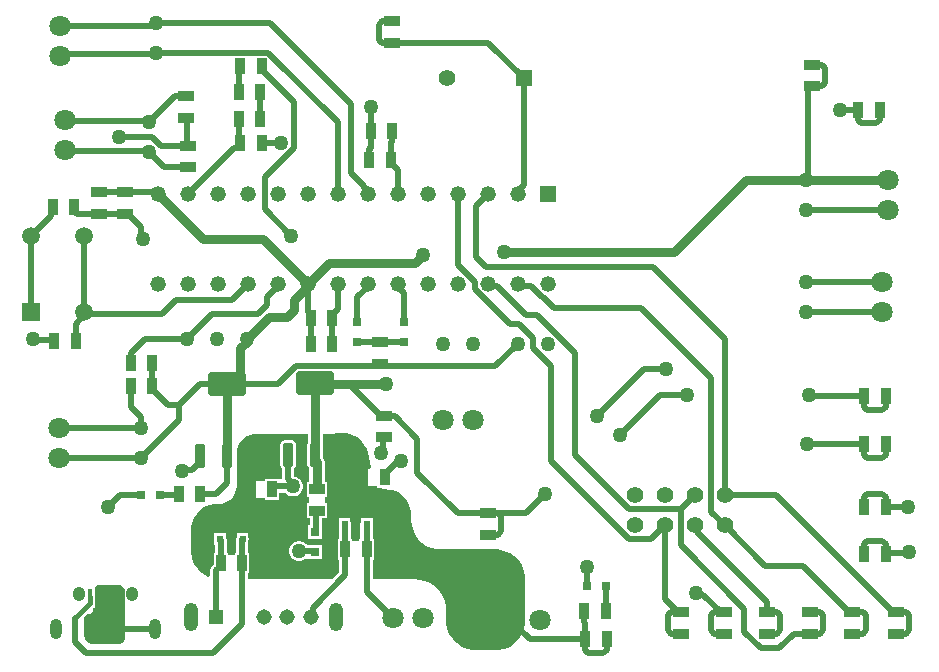
<source format=gbr>
%TF.GenerationSoftware,Altium Limited,Altium Designer,24.10.1 (45)*%
G04 Layer_Physical_Order=1*
G04 Layer_Color=255*
%FSLAX25Y25*%
%MOIN*%
%TF.SameCoordinates,9950C81B-CD0A-4F44-AB06-5448DEDD42A1*%
%TF.FilePolarity,Positive*%
%TF.FileFunction,Copper,L1,Top,Signal*%
%TF.Part,Single*%
G01*
G75*
%TA.AperFunction,SMDPad,CuDef*%
%ADD10R,0.05300X0.03200*%
%ADD11R,0.03200X0.05300*%
%ADD12R,0.03150X0.03150*%
%ADD13R,0.03150X0.03150*%
%ADD14R,0.02200X0.02400*%
G04:AMPARAMS|DCode=15|XSize=77.95mil|YSize=36.61mil|CornerRadius=4.58mil|HoleSize=0mil|Usage=FLASHONLY|Rotation=90.000|XOffset=0mil|YOffset=0mil|HoleType=Round|Shape=RoundedRectangle|*
%AMROUNDEDRECTD15*
21,1,0.07795,0.02746,0,0,90.0*
21,1,0.06880,0.03661,0,0,90.0*
1,1,0.00915,0.01373,0.03440*
1,1,0.00915,0.01373,-0.03440*
1,1,0.00915,-0.01373,-0.03440*
1,1,0.00915,-0.01373,0.03440*
%
%ADD15ROUNDEDRECTD15*%
G04:AMPARAMS|DCode=16|XSize=77.95mil|YSize=127.17mil|CornerRadius=9.74mil|HoleSize=0mil|Usage=FLASHONLY|Rotation=90.000|XOffset=0mil|YOffset=0mil|HoleType=Round|Shape=RoundedRectangle|*
%AMROUNDEDRECTD16*
21,1,0.07795,0.10768,0,0,90.0*
21,1,0.05847,0.12717,0,0,90.0*
1,1,0.01949,0.05384,0.02923*
1,1,0.01949,0.05384,-0.02923*
1,1,0.01949,-0.05384,-0.02923*
1,1,0.01949,-0.05384,0.02923*
%
%ADD16ROUNDEDRECTD16*%
%ADD17R,0.01600X0.05300*%
%TA.AperFunction,SMDPad,SMDef*%
%ADD18R,0.11400X0.07500*%
%TA.AperFunction,Conductor*%
%ADD19C,0.02000*%
%ADD20C,0.03000*%
%ADD21C,0.01500*%
%TA.AperFunction,ComponentPad*%
%ADD22C,0.07100*%
%ADD23C,0.05000*%
%ADD24R,0.05200X0.05200*%
%ADD25C,0.05200*%
%ADD26O,0.04756X0.09512*%
%ADD27C,0.05150*%
%ADD28R,0.05150X0.05150*%
%ADD29R,0.05900X0.05900*%
%ADD30C,0.05900*%
%ADD31C,0.05600*%
%ADD32R,0.05600X0.05600*%
%ADD33O,0.04200X0.04900*%
%ADD34O,0.04000X0.06700*%
%ADD35C,0.05500*%
%TA.AperFunction,ViaPad*%
%ADD36C,0.05000*%
G36*
X135633Y144695D02*
X136196Y144133D01*
X136500Y143398D01*
Y143000D01*
Y127500D01*
Y127102D01*
X136196Y126367D01*
X135633Y125804D01*
X134898Y125500D01*
X125705D01*
X125125Y125615D01*
X124579Y125841D01*
X124088Y126170D01*
X123670Y126588D01*
X123341Y127079D01*
X123115Y127625D01*
X123000Y128205D01*
Y128500D01*
Y134000D01*
Y134298D01*
X123228Y134850D01*
X123650Y135272D01*
X124202Y135500D01*
X124500D01*
X124793Y135529D01*
X125333Y135753D01*
X125747Y136167D01*
X125971Y136707D01*
X126000Y137000D01*
Y137582D01*
X126482D01*
Y138426D01*
X126530Y138499D01*
X126666Y139181D01*
X126666Y139181D01*
Y141032D01*
X126530Y141714D01*
X126482Y141787D01*
Y144310D01*
X126867Y144695D01*
X127602Y145000D01*
X134898D01*
X135633Y144695D01*
D02*
G37*
G36*
X210458Y195807D02*
X212192Y195300D01*
X213794Y194464D01*
X215201Y193332D01*
X216362Y191947D01*
X217229Y190362D01*
X217500Y189500D01*
X218421Y184527D01*
X217781Y183758D01*
X217750D01*
X217673Y183727D01*
X217642Y183650D01*
Y178350D01*
X217673Y178273D01*
X217750Y178242D01*
X220611D01*
X220650Y178210D01*
Y177550D01*
X221660D01*
X221997Y177371D01*
X222581Y177196D01*
X222988Y177074D01*
X223499Y177000D01*
X223500Y177000D01*
X223500Y177000D01*
Y177000D01*
X223504D01*
X224424Y176983D01*
X225979Y176673D01*
X227526Y176033D01*
X228918Y175102D01*
X230102Y173918D01*
X231033Y172526D01*
X231673Y170979D01*
X232000Y169337D01*
X232000Y168500D01*
X232000Y166500D01*
X232000Y166500D01*
X232046Y165569D01*
X232409Y163742D01*
X233122Y162022D01*
X234156Y160473D01*
X235473Y159156D01*
X237022Y158122D01*
X238742Y157409D01*
X240569Y157046D01*
X241500Y157000D01*
X260985D01*
X262917Y156616D01*
X264737Y155862D01*
X266375Y154768D01*
X267768Y153375D01*
X268862Y151737D01*
X269616Y149917D01*
X270000Y147985D01*
Y147000D01*
Y135500D01*
Y132515D01*
X269616Y130583D01*
X268862Y128763D01*
X267768Y127125D01*
X266375Y125733D01*
X264737Y124638D01*
X262917Y123884D01*
X260985Y123500D01*
X252515D01*
X250583Y123884D01*
X248763Y124638D01*
X247125Y125733D01*
X245732Y127125D01*
X244638Y128763D01*
X243884Y130583D01*
X243500Y132515D01*
Y137000D01*
X243500D01*
X243500Y137000D01*
X243452Y137980D01*
X243069Y139903D01*
X242319Y141714D01*
X241230Y143344D01*
X239844Y144730D01*
X238214Y145819D01*
X236403Y146569D01*
X234480Y146952D01*
X233500Y147000D01*
X219089D01*
Y153550D01*
X219450D01*
Y160450D01*
X219089D01*
Y163600D01*
X219140D01*
Y164800D01*
X219279Y165500D01*
X219279Y165500D01*
Y165600D01*
X219140Y166300D01*
Y167600D01*
X217437D01*
X217240Y167639D01*
X217043Y167600D01*
X215340D01*
Y166351D01*
X215166Y166090D01*
X215011Y165310D01*
Y160450D01*
X214650D01*
Y159758D01*
X212350D01*
Y160450D01*
X211989D01*
Y165310D01*
X211989Y165310D01*
X211834Y166090D01*
X211660Y166351D01*
Y167600D01*
X209957D01*
X209760Y167639D01*
X209563Y167600D01*
X207860D01*
Y166300D01*
X207721Y165600D01*
Y165500D01*
X207860Y164800D01*
Y163600D01*
X207911D01*
Y160450D01*
X207550D01*
Y153550D01*
X207911D01*
Y149295D01*
X205616Y147000D01*
X177589Y147000D01*
Y149050D01*
X177950D01*
Y155950D01*
X177684D01*
Y160122D01*
X177779Y160600D01*
X177640Y161300D01*
Y162600D01*
X175937D01*
X175740Y162639D01*
X175543Y162600D01*
X173840D01*
Y161404D01*
X173761Y161285D01*
X173606Y160505D01*
Y155950D01*
X173150D01*
Y155258D01*
X170850D01*
Y155950D01*
X170489D01*
Y160310D01*
X170489Y160310D01*
X170334Y161090D01*
X170160Y161351D01*
Y162600D01*
X168457D01*
X168260Y162639D01*
X168063Y162600D01*
X166360D01*
Y161300D01*
X166221Y160600D01*
Y160500D01*
X166360Y159800D01*
Y158600D01*
X166411D01*
Y155950D01*
X166050D01*
Y151934D01*
X165597Y151481D01*
X165155Y150820D01*
X165000Y150039D01*
Y148526D01*
X164169Y147970D01*
X163763Y148138D01*
X162125Y149232D01*
X160732Y150625D01*
X159638Y152263D01*
X158884Y154083D01*
X158500Y156015D01*
Y157000D01*
Y163500D01*
X158500Y164337D01*
X158827Y165979D01*
X159467Y167526D01*
X160398Y168919D01*
X161582Y170102D01*
X162974Y171033D01*
X164521Y171673D01*
X166163Y172000D01*
X167000D01*
X167686Y172034D01*
X169032Y172301D01*
X170300Y172827D01*
X171441Y173589D01*
X172411Y174559D01*
X173173Y175700D01*
X173699Y176968D01*
X173966Y178314D01*
X174000Y179000D01*
Y189500D01*
X174000Y190091D01*
X174231Y191250D01*
X174683Y192342D01*
X175339Y193325D01*
X176175Y194160D01*
X177158Y194817D01*
X178250Y195269D01*
X179409Y195500D01*
X180000Y195500D01*
X197451Y195500D01*
Y192574D01*
X197442Y192561D01*
X197345Y192070D01*
Y185190D01*
X197442Y184699D01*
X197720Y184283D01*
X197951Y184129D01*
Y179450D01*
X197050D01*
Y174650D01*
X197742D01*
Y172350D01*
X197050D01*
Y167550D01*
X198211D01*
Y165123D01*
X197625D01*
Y160373D01*
X202375D01*
Y165123D01*
X202289D01*
Y167550D01*
X203950D01*
Y172350D01*
X203258D01*
Y174650D01*
X203950D01*
Y179450D01*
X203049D01*
Y186063D01*
X202855Y187038D01*
X202655Y187337D01*
Y192070D01*
X202558Y192561D01*
X202549Y192574D01*
Y195500D01*
X206000D01*
X206000Y195500D01*
X206000Y195500D01*
X206887Y195774D01*
X208658Y195966D01*
X210458Y195807D01*
D02*
G37*
%LPC*%
G36*
X192318Y193352D02*
X189572D01*
X189081Y193255D01*
X188665Y192977D01*
X188387Y192561D01*
X188289Y192070D01*
Y185190D01*
X188387Y184699D01*
X188665Y184283D01*
X188906Y184123D01*
Y180557D01*
X187950Y180450D01*
Y180450D01*
X183150D01*
Y179758D01*
X180250D01*
X180174Y179727D01*
X180142Y179650D01*
Y174350D01*
X180174Y174274D01*
X180250Y174242D01*
X183150D01*
Y173550D01*
X187950D01*
Y175961D01*
X189872D01*
X190474Y175359D01*
X191226Y174925D01*
X192066Y174700D01*
X192934D01*
X193774Y174925D01*
X194526Y175359D01*
X195141Y175974D01*
X195575Y176726D01*
X195800Y177566D01*
Y178434D01*
X195575Y179274D01*
X195141Y180026D01*
X194526Y180641D01*
X193774Y181075D01*
X192984Y181287D01*
Y184123D01*
X193225Y184283D01*
X193503Y184699D01*
X193600Y185190D01*
Y192070D01*
X193503Y192561D01*
X193225Y192977D01*
X192809Y193255D01*
X192318Y193352D01*
D02*
G37*
G36*
X194934Y159800D02*
X194066D01*
X193226Y159575D01*
X192474Y159141D01*
X191859Y158526D01*
X191425Y157774D01*
X191200Y156934D01*
Y156066D01*
X191425Y155226D01*
X191859Y154474D01*
X192474Y153859D01*
X193226Y153425D01*
X194066Y153200D01*
X194934D01*
X195774Y153425D01*
X196526Y153859D01*
X196625Y153958D01*
X197625Y153877D01*
Y153877D01*
X202375D01*
Y158627D01*
X197625D01*
X197625Y158627D01*
X196747Y158920D01*
X196526Y159141D01*
X195774Y159575D01*
X194934Y159800D01*
D02*
G37*
%LPD*%
D10*
X225500Y325900D02*
D03*
Y333000D02*
D03*
X157500Y291550D02*
D03*
Y284450D02*
D03*
X157000Y300950D02*
D03*
Y308050D02*
D03*
X365500Y318550D02*
D03*
Y311450D02*
D03*
X322000Y136050D02*
D03*
Y128950D02*
D03*
X336290Y136050D02*
D03*
Y128950D02*
D03*
X350580Y136050D02*
D03*
Y128950D02*
D03*
X393500D02*
D03*
Y136050D02*
D03*
X379000D02*
D03*
Y128950D02*
D03*
X364870Y136050D02*
D03*
Y128950D02*
D03*
X257500Y169050D02*
D03*
Y161950D02*
D03*
X221500Y226050D02*
D03*
Y218950D02*
D03*
X200500Y169950D02*
D03*
Y177050D02*
D03*
X223000Y201550D02*
D03*
Y194450D02*
D03*
X136500Y268950D02*
D03*
Y276050D02*
D03*
X128000D02*
D03*
Y268950D02*
D03*
D11*
X174450Y300500D02*
D03*
X181550D02*
D03*
X388050Y303500D02*
D03*
X380950D02*
D03*
X296800Y136500D02*
D03*
X289700D02*
D03*
X289950Y127000D02*
D03*
X297050D02*
D03*
X382950Y192000D02*
D03*
X390050D02*
D03*
X382950Y208000D02*
D03*
X390050D02*
D03*
X382950Y171000D02*
D03*
X390050D02*
D03*
X382950Y155500D02*
D03*
X390050D02*
D03*
X145550Y211500D02*
D03*
X138450D02*
D03*
X178450Y177000D02*
D03*
X185550D02*
D03*
X154450Y175500D02*
D03*
X161550D02*
D03*
X215950Y181000D02*
D03*
X223050D02*
D03*
X168450Y152500D02*
D03*
X175550D02*
D03*
X209950Y157000D02*
D03*
X217050D02*
D03*
X145550Y219000D02*
D03*
X138450D02*
D03*
X119550Y271000D02*
D03*
X112450D02*
D03*
X174950Y292500D02*
D03*
X182050D02*
D03*
X174400Y309500D02*
D03*
X181500D02*
D03*
X182050Y318000D02*
D03*
X174950D02*
D03*
X225550Y296450D02*
D03*
X218450D02*
D03*
X225050Y286950D02*
D03*
X217950D02*
D03*
X198450Y234000D02*
D03*
X205550D02*
D03*
X198500Y225500D02*
D03*
X205600D02*
D03*
X112950Y226500D02*
D03*
X120050D02*
D03*
D12*
X141752Y175000D02*
D03*
X148248D02*
D03*
X290415Y144925D02*
D03*
X296911D02*
D03*
D13*
X229500Y232748D02*
D03*
Y226252D02*
D03*
X214000Y232748D02*
D03*
Y226252D02*
D03*
X200000Y156252D02*
D03*
Y162748D02*
D03*
D14*
X172000Y170400D02*
D03*
X175740Y160600D02*
D03*
X168260D02*
D03*
X213500Y175400D02*
D03*
X217240Y165600D02*
D03*
X209760D02*
D03*
D15*
X190945Y188630D02*
D03*
X200000D02*
D03*
X209055D02*
D03*
X161522Y188263D02*
D03*
X170577D02*
D03*
X179632D02*
D03*
D16*
X200000Y212370D02*
D03*
X170577Y212003D02*
D03*
D17*
X135118Y141032D02*
D03*
X132559D02*
D03*
X130000D02*
D03*
X127441D02*
D03*
X124882D02*
D03*
D18*
X130000Y130500D02*
D03*
D19*
X217050Y157000D02*
Y165310D01*
X217240Y165500D02*
Y165600D01*
X217050Y142950D02*
Y157000D01*
Y142950D02*
X226000Y134000D01*
X217050Y165310D02*
X217240Y165500D01*
X168450Y151450D02*
Y152500D01*
X167039Y134500D02*
Y150039D01*
X168450Y151450D01*
X199138Y135103D02*
Y137638D01*
X209950Y148450D01*
Y157000D01*
X198535Y134500D02*
X199138Y135103D01*
X116750Y289750D02*
X144250D01*
X145581Y294500D02*
X148531Y291550D01*
X134500Y294500D02*
X145581D01*
X144250Y289750D02*
X144500Y289500D01*
X148531Y291550D02*
X157500D01*
X157250Y291800D02*
Y300700D01*
X157000Y300950D02*
X157250Y300700D01*
Y291800D02*
X157500Y291550D01*
X144500Y299500D02*
X153050Y308050D01*
X157000D01*
X144500Y289500D02*
X149550Y284450D01*
X157500D01*
X382700Y208250D02*
X382950Y208000D01*
X364750Y208250D02*
X382700D01*
X364500Y208500D02*
X364750Y208250D01*
X388050Y300104D02*
Y303500D01*
X386996Y299050D02*
X388050Y300104D01*
X380950D02*
X382004Y299050D01*
X386996D01*
X380950Y300104D02*
Y303500D01*
X375000D02*
X380950D01*
X183100Y270400D02*
X192000Y261500D01*
X183100Y270400D02*
Y281019D01*
X192800Y290719D01*
Y306200D01*
X182050Y316950D02*
X192800Y306200D01*
X182050Y316950D02*
Y318000D01*
X112700Y226750D02*
X112950Y226500D01*
X106250Y226750D02*
X112700D01*
X106000Y227000D02*
X106250Y226750D01*
X194624Y156376D02*
X199876D01*
X200000Y156252D01*
X194500Y156500D02*
X194624Y156376D01*
X223050Y182050D02*
X226926Y185926D01*
X223050Y181000D02*
Y182050D01*
X226926Y185926D02*
X227926D01*
X228500Y186500D01*
X222500Y189500D02*
Y193950D01*
X222000Y189000D02*
X222500Y189500D01*
Y193950D02*
X223000Y194450D01*
X182050Y292500D02*
X188500D01*
X217950Y290346D02*
X218450Y290846D01*
X217950Y286950D02*
Y290346D01*
X218450Y290846D02*
Y296450D01*
X218500Y299896D02*
Y304500D01*
X218450Y296450D02*
Y299846D01*
X218500Y299896D01*
X221601Y226151D02*
X229399D01*
X221500Y226050D02*
X221601Y226151D01*
X229399D02*
X229500Y226252D01*
X214101Y226151D02*
X221399D01*
X214000Y226252D02*
X214101Y226151D01*
X221399D02*
X221500Y226050D01*
X221000Y218000D02*
X260000D01*
X206601D02*
X221000D01*
Y218450D02*
X221500Y218950D01*
X221000Y218000D02*
Y218450D01*
X382950Y188604D02*
X384004Y187550D01*
X382950Y188604D02*
Y192000D01*
X384004Y187550D02*
X388996D01*
X390050Y188604D01*
Y192000D01*
Y204604D02*
Y208000D01*
X388996Y203550D02*
X390050Y204604D01*
X384004Y203550D02*
X388996D01*
X382950Y204604D02*
X384004Y203550D01*
X382950Y204604D02*
Y208000D01*
X120550Y268950D02*
X128000D01*
X119550Y269950D02*
X120550Y268950D01*
X119550Y269950D02*
Y271000D01*
X128000Y268950D02*
X136500D01*
X137550D01*
X141926Y264574D01*
Y261074D02*
Y264574D01*
Y261074D02*
X142500Y260500D01*
X138450Y222396D02*
X143054Y227000D01*
X138450Y219000D02*
Y222396D01*
X143054Y227000D02*
X157050D01*
X141861Y197639D02*
X142000Y197500D01*
X138450Y204550D02*
X141861Y201139D01*
X138450Y204550D02*
Y211500D01*
X141861Y197639D02*
Y201139D01*
X158899Y183574D02*
X161522Y186196D01*
Y188263D01*
X156074Y183574D02*
X158899D01*
X155500Y183000D02*
X156074Y183574D01*
X190945Y180367D02*
X192500Y178812D01*
Y178000D02*
Y178812D01*
X190945Y180367D02*
Y188630D01*
X185550Y177400D02*
X186150Y178000D01*
X185550Y177000D02*
Y177400D01*
X186150Y178000D02*
X192500D01*
X135000Y175000D02*
X141752D01*
X131000Y171000D02*
X135000Y175000D01*
X130000Y130500D02*
X146437D01*
X290458Y144967D02*
Y150958D01*
X290500Y151000D01*
X290415Y144925D02*
X290458Y144967D01*
X390050Y171000D02*
X397500D01*
X390300Y155750D02*
X397750D01*
X398000Y156000D01*
X390050Y155500D02*
X390300Y155750D01*
X368896Y311450D02*
X369950Y312504D01*
Y317496D01*
X368896Y318550D02*
X369950Y317496D01*
X365500Y311450D02*
X368896D01*
X365500Y318550D02*
X368896D01*
X363500Y280000D02*
X364074Y280574D01*
Y310850D01*
X364674Y311450D01*
X365500D01*
X363500Y236000D02*
X389000D01*
X363500Y246000D02*
X389000D01*
X364000Y192000D02*
X382950D01*
X315000Y208500D02*
X324000D01*
X301500Y195000D02*
X315000Y208500D01*
X309500Y217000D02*
X317000D01*
X294000Y201500D02*
X309500Y217000D01*
X331950Y169550D02*
Y214050D01*
X279500Y237500D02*
X308500D01*
X331950Y214050D01*
X275900Y241100D02*
X279500Y237500D01*
X268112Y244888D02*
X271890D01*
X275677Y241100D01*
X275900D01*
X312500Y251000D02*
X336500Y227000D01*
Y175000D02*
Y227000D01*
X257000Y251000D02*
X312500D01*
X227500Y244634D02*
X229500Y242634D01*
Y232748D02*
Y242634D01*
X227500Y244634D02*
Y245500D01*
X214000Y241134D02*
X217500Y244634D01*
Y245500D01*
X214000Y232748D02*
Y241134D01*
X211315Y212185D02*
X221950Y201550D01*
X253500Y254500D02*
X257000Y251000D01*
X253500Y254500D02*
Y271500D01*
X257500Y275500D01*
X363500Y270000D02*
X391000D01*
X390050Y171000D02*
Y174396D01*
X384004Y175450D02*
X388996D01*
X390050Y174396D01*
X382950D02*
X384004Y175450D01*
X382950Y171000D02*
Y174396D01*
X390050Y155500D02*
Y158896D01*
X388996Y159950D02*
X390050Y158896D01*
X384004Y159950D02*
X388996D01*
X382950Y158896D02*
X384004Y159950D01*
X382950Y155500D02*
Y158896D01*
X397950Y130004D02*
Y134996D01*
X393500Y136050D02*
X396896D01*
X397950Y134996D01*
X396896Y128950D02*
X397950Y130004D01*
X393500Y128950D02*
X396896D01*
X379000D02*
X382396D01*
X383450Y130004D01*
Y134996D01*
X382396Y136050D02*
X383450Y134996D01*
X379000Y136050D02*
X382396D01*
X335240D02*
X336290D01*
X332894D02*
X335240D01*
X331840Y130004D02*
Y134996D01*
Y130004D02*
X332894Y128950D01*
X331840Y134996D02*
X332894Y136050D01*
Y128950D02*
X336290D01*
X297050Y123604D02*
Y127000D01*
X295996Y122550D02*
X297050Y123604D01*
X291004Y122550D02*
X295996D01*
X289950Y123604D02*
X291004Y122550D01*
X289950Y123604D02*
Y127000D01*
X289700Y132900D02*
X289950Y132650D01*
Y127000D02*
Y132650D01*
X289700Y132900D02*
Y136500D01*
X265000Y133500D02*
X271500Y127000D01*
X289950D01*
X296800Y136500D02*
X296856Y136556D01*
Y144869D01*
X296911Y144925D01*
X197500Y236000D02*
Y244905D01*
X183858Y238530D02*
Y241222D01*
X187500Y244864D01*
X180828Y235500D02*
X183858Y238530D01*
X187500Y244864D02*
Y245500D01*
X120050Y232150D02*
X123000Y235100D01*
X120050Y226500D02*
Y232150D01*
X123000Y235100D02*
Y236000D01*
X114500Y197500D02*
X142000D01*
X114500Y187500D02*
X142000D01*
X327574Y141926D02*
X329364D01*
X335240Y136050D01*
X327000Y142500D02*
X327574Y141926D01*
X321950Y158328D02*
X343000Y137278D01*
X321950Y158328D02*
Y170450D01*
X343000Y129500D02*
Y137278D01*
X327170Y162830D02*
X350522Y139478D01*
X392450Y136050D02*
X393500D01*
X336500Y175000D02*
X353500D01*
X392450Y136050D01*
X336500Y165000D02*
X350000Y151500D01*
X377950Y136050D02*
X379000D01*
X362500Y151500D02*
X377950Y136050D01*
X350000Y151500D02*
X362500D01*
X364870Y136050D02*
X368266D01*
X364870Y128950D02*
X368266D01*
X359450D02*
X364870D01*
X368266Y136050D02*
X369320Y134996D01*
Y130004D02*
Y134996D01*
X368266Y128950D02*
X369320Y130004D01*
X353976Y128950D02*
X355030Y130004D01*
Y134996D01*
X353976Y136050D02*
X355030Y134996D01*
X350580Y136050D02*
X353976D01*
X350580Y128950D02*
X353976D01*
X348500Y124000D02*
X354500D01*
X343000Y129500D02*
X348500Y124000D01*
X354500D02*
X359450Y128950D01*
X350522Y136108D02*
X350580Y136050D01*
X327170Y162830D02*
Y164330D01*
X350522Y136108D02*
Y139478D01*
X326500Y165000D02*
X327170Y164330D01*
X320950Y136050D02*
X322000D01*
X318604D02*
X320950D01*
X318604Y128950D02*
X322000D01*
X317550Y130004D02*
Y134996D01*
X318604Y136050D01*
X317550Y130004D02*
X318604Y128950D01*
X316500Y140500D02*
X320950Y136050D01*
X316500Y140500D02*
Y165000D01*
X225550Y293054D02*
Y296450D01*
X225050Y286950D02*
Y292554D01*
X225550Y293054D01*
X227500Y275500D02*
Y283450D01*
X225050Y285900D02*
X227500Y283450D01*
X225050Y285900D02*
Y286950D01*
X260896Y169050D02*
X270050D01*
X257500D02*
X260896D01*
X261950Y167996D01*
Y163004D02*
Y167996D01*
X260896Y161950D02*
X261950Y163004D01*
X257500Y161950D02*
X260896D01*
X270050Y169050D02*
X276500Y175500D01*
X234000Y182500D02*
X247450Y169050D01*
X257500D01*
X226396Y201550D02*
X234000Y193946D01*
X223000Y201550D02*
X226396D01*
X234000Y182500D02*
Y193946D01*
X221950Y201550D02*
X223000D01*
X209950Y157000D02*
Y165310D01*
X200000Y162748D02*
X200250Y162998D01*
Y169700D01*
X200500Y169950D01*
X209760Y165500D02*
Y165600D01*
Y165500D02*
X209950Y165310D01*
X193467Y218068D02*
X206533D01*
X206601Y218000D01*
X260000D02*
X267500Y225500D01*
X187403Y212003D02*
X193467Y218068D01*
X172063Y212003D02*
X187403D01*
X170577D02*
X172063D01*
X272500Y224277D02*
Y227500D01*
X268000Y232000D02*
X272500Y227500D01*
Y224277D02*
X278500Y218278D01*
X264777Y232000D02*
X268000D01*
X253100Y243677D02*
X264777Y232000D01*
X253100Y243677D02*
Y246123D01*
X278500Y186565D02*
X304615Y160450D01*
X278500Y186565D02*
Y218278D01*
X270266Y235234D02*
X273847D01*
X258112Y244888D02*
X260612D01*
X270266Y235234D01*
X257500Y245500D02*
X258112Y244888D01*
X273847Y235234D02*
X286500Y222581D01*
X321950Y170450D02*
X326500Y175000D01*
X304615Y170450D02*
X321950D01*
X331950Y169550D02*
X336500Y165000D01*
X286500Y188565D02*
Y222581D01*
Y188565D02*
X304615Y170450D01*
X267500Y245500D02*
X268112Y244888D01*
X304615Y160450D02*
X311950D01*
X316500Y165000D01*
X247500Y251723D02*
X253100Y246123D01*
X247500Y251723D02*
Y275500D01*
X222104Y325900D02*
X225500D01*
X221050Y326954D02*
X222104Y325900D01*
X221050Y326954D02*
Y331946D01*
X222104Y333000D01*
X225500D01*
Y325900D02*
X257600D01*
X269500Y314000D01*
X267500Y276366D02*
X269500Y278366D01*
X267500Y275500D02*
Y276366D01*
X269500Y278366D02*
Y314000D01*
X217500Y275500D02*
Y276366D01*
X216290Y277576D02*
X217500Y276366D01*
X212000Y282500D02*
X216290Y278210D01*
X212000Y282500D02*
Y305500D01*
X216290Y277576D02*
Y278210D01*
X185000Y332500D02*
X212000Y305500D01*
X147000Y332500D02*
X185000D01*
X207500Y275500D02*
Y299346D01*
X184346Y322500D02*
X207500Y299346D01*
X147000Y322500D02*
X184346D01*
X145188Y331500D02*
X146188Y332500D01*
X115000Y331500D02*
X145188D01*
X146188Y332500D02*
X147000D01*
X146500Y322000D02*
X147000Y322500D01*
X115500Y322000D02*
X146500D01*
X115000Y321500D02*
X115500Y322000D01*
X116500Y290000D02*
X116750Y289750D01*
X116500Y300000D02*
X116750Y299750D01*
X144250D01*
X144500Y299500D01*
X174400Y317450D02*
X174950Y318000D01*
X174400Y309500D02*
Y317450D01*
X181500Y309500D02*
X181550Y309450D01*
Y300500D02*
Y309450D01*
X174450Y293000D02*
Y300500D01*
Y293000D02*
X174950Y292500D01*
X172850Y290850D02*
X174350D01*
X174950Y291450D01*
X157500Y275500D02*
X172850Y290850D01*
X174950Y291450D02*
Y292500D01*
X146950Y276050D02*
X147500Y275500D01*
X136500Y276050D02*
X146950D01*
X128000D02*
X136500D01*
X111850Y268157D02*
Y270400D01*
X105283Y261591D02*
X111850Y268157D01*
Y270400D02*
X112450Y271000D01*
X105283Y236000D02*
Y261591D01*
X123000Y236000D02*
Y261591D01*
X123500Y235500D02*
X149000D01*
X172194Y240194D02*
X177500Y245500D01*
X153694Y240194D02*
X172194D01*
X149000Y235500D02*
X153694Y240194D01*
X165550Y235500D02*
X180828D01*
X157050Y227000D02*
X165550Y235500D01*
X205550Y228946D02*
X205600Y228896D01*
Y225500D02*
Y228896D01*
X205550Y228946D02*
Y234000D01*
X207500Y237000D02*
Y245500D01*
X205550Y235050D02*
X207500Y237000D01*
X205550Y234000D02*
Y235050D01*
X198450Y225550D02*
Y234000D01*
Y225550D02*
X198500Y225500D01*
X197500Y236000D02*
X198450Y235050D01*
Y234000D02*
Y235050D01*
X172063Y212003D02*
X174961Y214901D01*
X145550Y211500D02*
Y219000D01*
X151000Y205000D02*
X154500D01*
X145550Y210450D02*
Y211500D01*
Y210450D02*
X151000Y205000D01*
X154500D02*
X161504Y212003D01*
X170577D01*
X154500Y200000D02*
Y205000D01*
X142000Y187500D02*
X154500Y200000D01*
X154200Y175250D02*
X154450Y175500D01*
X148248Y175000D02*
X148498Y175250D01*
X154200D01*
X170500Y188186D02*
X170577Y188263D01*
X170500Y179000D02*
Y188186D01*
X167000Y175500D02*
X170500Y179000D01*
X161550Y175500D02*
X167000D01*
X119721Y126278D02*
Y134021D01*
X123500Y122500D02*
X166000D01*
X119721Y126278D02*
X123500Y122500D01*
X168260Y160500D02*
Y160600D01*
X168450Y152500D02*
Y160310D01*
X168260Y160500D02*
X168450Y160310D01*
X175550Y152500D02*
X175645Y152595D01*
Y160505D01*
X175740Y160600D01*
X175550Y132050D02*
Y152500D01*
X166000Y122500D02*
X175550Y132050D01*
D20*
X233243Y252500D02*
X235743Y255000D01*
X197500Y245500D02*
X204500Y252500D01*
X235743Y255000D02*
X236000D01*
X204500Y252500D02*
X233243D01*
X263000Y256000D02*
X319500D01*
X343500Y280000D01*
X211315Y212185D02*
X223315D01*
X200185D02*
X211315D01*
X200000Y212370D02*
X200185Y212185D01*
X223315D02*
X223500Y212000D01*
X363500Y280000D02*
X391000D01*
X343500D02*
X363500D01*
X147500Y275500D02*
X162500Y260500D01*
X182500D01*
X197500Y245500D01*
X190500Y234500D02*
X192836Y236836D01*
X197500Y244905D02*
Y245500D01*
X192836Y240241D02*
X197500Y244905D01*
X192836Y236836D02*
Y240241D01*
X184550Y234500D02*
X190500D01*
X177050Y227000D02*
X184550Y234500D01*
X200000Y186563D02*
X200500Y186063D01*
Y178000D02*
Y186063D01*
X200000Y186563D02*
Y188630D01*
X170577Y188263D02*
Y212003D01*
X200000Y188630D02*
Y212370D01*
X174961Y214901D02*
Y224099D01*
X177050Y226188D01*
D21*
X119721Y134021D02*
X124882Y139181D01*
Y141032D01*
D22*
X275000Y133500D02*
D03*
X265000D02*
D03*
X391000Y270000D02*
D03*
Y280000D02*
D03*
X116500Y290000D02*
D03*
Y300000D02*
D03*
X236000Y134000D02*
D03*
X226000D02*
D03*
X242500Y200000D02*
D03*
X252500D02*
D03*
X114500Y197500D02*
D03*
Y187500D02*
D03*
X389000Y236000D02*
D03*
Y246000D02*
D03*
X115000Y321500D02*
D03*
Y331500D02*
D03*
D23*
X147000Y332500D02*
D03*
Y322500D02*
D03*
X177050Y227000D02*
D03*
X167050D02*
D03*
X157050D02*
D03*
X144500Y299500D02*
D03*
Y289500D02*
D03*
X142000Y197500D02*
D03*
Y187500D02*
D03*
X363500Y246000D02*
D03*
Y236000D02*
D03*
Y280000D02*
D03*
Y270000D02*
D03*
X252500Y225500D02*
D03*
X242500D02*
D03*
X267500D02*
D03*
X277500D02*
D03*
D24*
Y275500D02*
D03*
D25*
X267500D02*
D03*
X257500D02*
D03*
X247500D02*
D03*
X237500D02*
D03*
X227500D02*
D03*
X217500D02*
D03*
X207500D02*
D03*
X197500D02*
D03*
X187500D02*
D03*
X177500D02*
D03*
X167500D02*
D03*
X157500D02*
D03*
X147500D02*
D03*
Y245500D02*
D03*
X157500D02*
D03*
X167500D02*
D03*
X177500D02*
D03*
X187500D02*
D03*
X197500D02*
D03*
X207500D02*
D03*
X217500D02*
D03*
X227500D02*
D03*
X237500D02*
D03*
X247500D02*
D03*
X257500D02*
D03*
X267500D02*
D03*
X277500D02*
D03*
D26*
X158575Y134500D02*
D03*
X207000D02*
D03*
D27*
X182787D02*
D03*
X190661D02*
D03*
X198535D02*
D03*
D28*
X167039D02*
D03*
D29*
X105283Y236000D02*
D03*
D30*
X123000D02*
D03*
Y261591D02*
D03*
X105283D02*
D03*
D31*
X243910Y314000D02*
D03*
D32*
X269500D02*
D03*
D33*
X121240Y142311D02*
D03*
X138760D02*
D03*
D34*
X146437Y130500D02*
D03*
X113563D02*
D03*
D35*
X336500Y165000D02*
D03*
X326500D02*
D03*
X316500D02*
D03*
X306500D02*
D03*
Y175000D02*
D03*
X316500D02*
D03*
X336500D02*
D03*
X326500D02*
D03*
D36*
X134500Y294500D02*
D03*
X185000Y189000D02*
D03*
X192000Y261500D02*
D03*
X106000Y227000D02*
D03*
X194500Y156500D02*
D03*
X222000Y189000D02*
D03*
X228500Y186500D02*
D03*
X375000Y303500D02*
D03*
X218500Y304500D02*
D03*
X188500Y292500D02*
D03*
X142500Y260500D02*
D03*
X192500Y178000D02*
D03*
X155500Y183000D02*
D03*
X131000Y171000D02*
D03*
X290500Y151000D02*
D03*
X398000Y156000D02*
D03*
X397500Y171000D02*
D03*
X364000Y192000D02*
D03*
X324000Y208500D02*
D03*
X301500Y195000D02*
D03*
X364500Y208500D02*
D03*
X317000Y217000D02*
D03*
X294000Y201500D02*
D03*
X236000Y255000D02*
D03*
X263000Y256000D02*
D03*
X223500Y212000D02*
D03*
X327000Y142500D02*
D03*
X276500Y175500D02*
D03*
%TF.MD5,30ac75b79329242b945d4bd2321614a7*%
M02*

</source>
